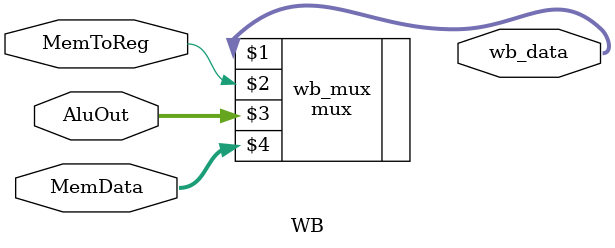
<source format=sv>
module WB (
    output logic [31:0] wb_data,
    input logic [31:0] AluOut,
    input logic [31:0] MemData,
    input bit MemToReg
);
    mux wb_mux(wb_data, MemToReg, AluOut, MemData);
endmodule
</source>
